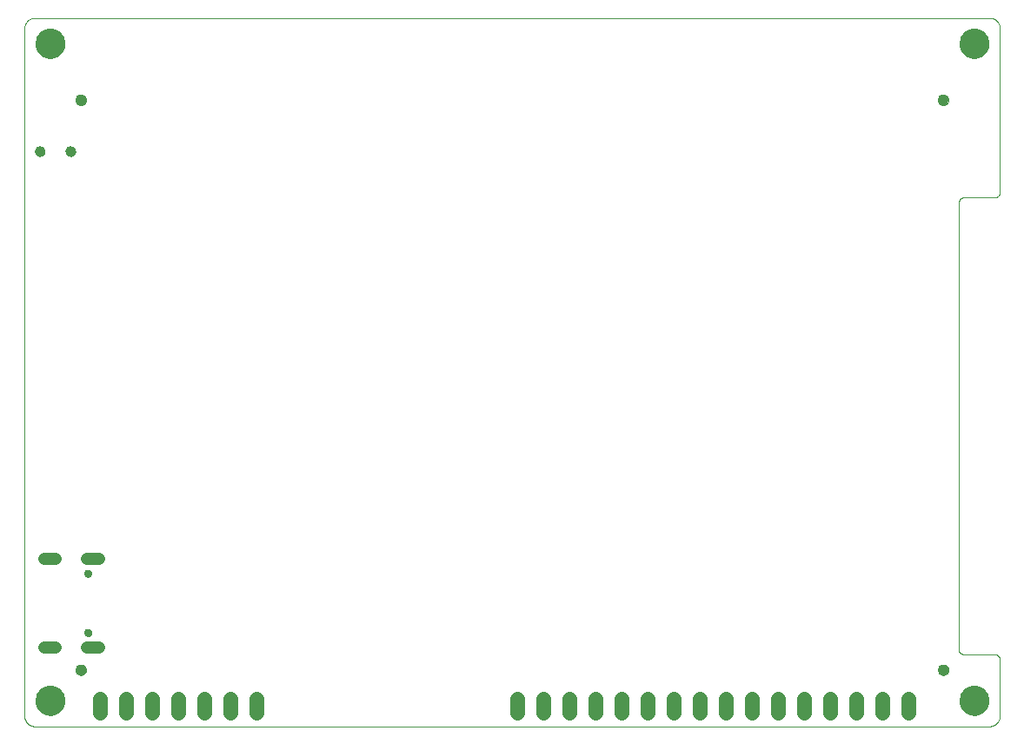
<source format=gbs>
G75*
%MOIN*%
%OFA0B0*%
%FSLAX25Y25*%
%IPPOS*%
%LPD*%
%AMOC8*
5,1,8,0,0,1.08239X$1,22.5*
%
%ADD10C,0.00000*%
%ADD11C,0.11424*%
%ADD12C,0.04337*%
%ADD13C,0.04762*%
%ADD14C,0.02959*%
%ADD15C,0.03943*%
%ADD16C,0.05550*%
D10*
X0029238Y0009063D02*
X0029238Y0272843D01*
X0029240Y0272967D01*
X0029246Y0273090D01*
X0029255Y0273214D01*
X0029269Y0273336D01*
X0029286Y0273459D01*
X0029308Y0273581D01*
X0029333Y0273702D01*
X0029362Y0273822D01*
X0029394Y0273941D01*
X0029431Y0274060D01*
X0029471Y0274177D01*
X0029514Y0274292D01*
X0029562Y0274407D01*
X0029613Y0274519D01*
X0029667Y0274630D01*
X0029725Y0274740D01*
X0029786Y0274847D01*
X0029851Y0274953D01*
X0029919Y0275056D01*
X0029990Y0275157D01*
X0030064Y0275256D01*
X0030141Y0275353D01*
X0030222Y0275447D01*
X0030305Y0275538D01*
X0030391Y0275627D01*
X0030480Y0275713D01*
X0030571Y0275796D01*
X0030665Y0275877D01*
X0030762Y0275954D01*
X0030861Y0276028D01*
X0030962Y0276099D01*
X0031065Y0276167D01*
X0031171Y0276232D01*
X0031278Y0276293D01*
X0031388Y0276351D01*
X0031499Y0276405D01*
X0031611Y0276456D01*
X0031726Y0276504D01*
X0031841Y0276547D01*
X0031958Y0276587D01*
X0032077Y0276624D01*
X0032196Y0276656D01*
X0032316Y0276685D01*
X0032437Y0276710D01*
X0032559Y0276732D01*
X0032682Y0276749D01*
X0032804Y0276763D01*
X0032928Y0276772D01*
X0033051Y0276778D01*
X0033175Y0276780D01*
X0399317Y0276780D01*
X0399441Y0276778D01*
X0399564Y0276772D01*
X0399688Y0276763D01*
X0399810Y0276749D01*
X0399933Y0276732D01*
X0400055Y0276710D01*
X0400176Y0276685D01*
X0400296Y0276656D01*
X0400415Y0276624D01*
X0400534Y0276587D01*
X0400651Y0276547D01*
X0400766Y0276504D01*
X0400881Y0276456D01*
X0400993Y0276405D01*
X0401104Y0276351D01*
X0401214Y0276293D01*
X0401321Y0276232D01*
X0401427Y0276167D01*
X0401530Y0276099D01*
X0401631Y0276028D01*
X0401730Y0275954D01*
X0401827Y0275877D01*
X0401921Y0275796D01*
X0402012Y0275713D01*
X0402101Y0275627D01*
X0402187Y0275538D01*
X0402270Y0275447D01*
X0402351Y0275353D01*
X0402428Y0275256D01*
X0402502Y0275157D01*
X0402573Y0275056D01*
X0402641Y0274953D01*
X0402706Y0274847D01*
X0402767Y0274740D01*
X0402825Y0274630D01*
X0402879Y0274519D01*
X0402930Y0274407D01*
X0402978Y0274292D01*
X0403021Y0274177D01*
X0403061Y0274060D01*
X0403098Y0273941D01*
X0403130Y0273822D01*
X0403159Y0273702D01*
X0403184Y0273581D01*
X0403206Y0273459D01*
X0403223Y0273336D01*
X0403237Y0273214D01*
X0403246Y0273090D01*
X0403252Y0272967D01*
X0403254Y0272843D01*
X0403254Y0209850D01*
X0403255Y0209850D02*
X0403253Y0209764D01*
X0403248Y0209678D01*
X0403238Y0209593D01*
X0403225Y0209508D01*
X0403208Y0209424D01*
X0403188Y0209340D01*
X0403164Y0209258D01*
X0403136Y0209177D01*
X0403105Y0209096D01*
X0403071Y0209018D01*
X0403033Y0208941D01*
X0402991Y0208866D01*
X0402947Y0208792D01*
X0402899Y0208721D01*
X0402848Y0208651D01*
X0402794Y0208584D01*
X0402738Y0208520D01*
X0402678Y0208458D01*
X0402616Y0208398D01*
X0402552Y0208342D01*
X0402485Y0208288D01*
X0402415Y0208237D01*
X0402344Y0208189D01*
X0402271Y0208145D01*
X0402195Y0208103D01*
X0402118Y0208065D01*
X0402040Y0208031D01*
X0401959Y0208000D01*
X0401878Y0207972D01*
X0401796Y0207948D01*
X0401712Y0207928D01*
X0401628Y0207911D01*
X0401543Y0207898D01*
X0401458Y0207888D01*
X0401372Y0207883D01*
X0401286Y0207881D01*
X0401286Y0207882D02*
X0389474Y0207882D01*
X0389388Y0207880D01*
X0389302Y0207875D01*
X0389217Y0207865D01*
X0389132Y0207852D01*
X0389048Y0207835D01*
X0388964Y0207815D01*
X0388882Y0207791D01*
X0388801Y0207763D01*
X0388720Y0207732D01*
X0388642Y0207698D01*
X0388565Y0207660D01*
X0388490Y0207618D01*
X0388416Y0207574D01*
X0388345Y0207526D01*
X0388275Y0207475D01*
X0388208Y0207421D01*
X0388144Y0207365D01*
X0388082Y0207305D01*
X0388022Y0207243D01*
X0387966Y0207179D01*
X0387912Y0207112D01*
X0387861Y0207042D01*
X0387813Y0206971D01*
X0387769Y0206898D01*
X0387727Y0206822D01*
X0387689Y0206745D01*
X0387655Y0206667D01*
X0387624Y0206586D01*
X0387596Y0206505D01*
X0387572Y0206423D01*
X0387552Y0206339D01*
X0387535Y0206255D01*
X0387522Y0206170D01*
X0387512Y0206085D01*
X0387507Y0205999D01*
X0387505Y0205913D01*
X0387506Y0205913D02*
X0387506Y0034654D01*
X0387505Y0034654D02*
X0387507Y0034568D01*
X0387512Y0034482D01*
X0387522Y0034397D01*
X0387535Y0034312D01*
X0387552Y0034228D01*
X0387572Y0034144D01*
X0387596Y0034062D01*
X0387624Y0033981D01*
X0387655Y0033900D01*
X0387689Y0033822D01*
X0387727Y0033745D01*
X0387769Y0033670D01*
X0387813Y0033596D01*
X0387861Y0033525D01*
X0387912Y0033455D01*
X0387966Y0033388D01*
X0388022Y0033324D01*
X0388082Y0033262D01*
X0388144Y0033202D01*
X0388208Y0033146D01*
X0388275Y0033092D01*
X0388345Y0033041D01*
X0388416Y0032993D01*
X0388490Y0032949D01*
X0388565Y0032907D01*
X0388642Y0032869D01*
X0388720Y0032835D01*
X0388801Y0032804D01*
X0388882Y0032776D01*
X0388964Y0032752D01*
X0389048Y0032732D01*
X0389132Y0032715D01*
X0389217Y0032702D01*
X0389302Y0032692D01*
X0389388Y0032687D01*
X0389474Y0032685D01*
X0401286Y0032685D01*
X0401286Y0032686D02*
X0401372Y0032684D01*
X0401458Y0032679D01*
X0401543Y0032669D01*
X0401628Y0032656D01*
X0401712Y0032639D01*
X0401796Y0032619D01*
X0401878Y0032595D01*
X0401959Y0032567D01*
X0402040Y0032536D01*
X0402118Y0032502D01*
X0402195Y0032464D01*
X0402271Y0032422D01*
X0402344Y0032378D01*
X0402415Y0032330D01*
X0402485Y0032279D01*
X0402552Y0032225D01*
X0402616Y0032169D01*
X0402678Y0032109D01*
X0402738Y0032047D01*
X0402794Y0031983D01*
X0402848Y0031916D01*
X0402899Y0031846D01*
X0402947Y0031775D01*
X0402991Y0031702D01*
X0403033Y0031626D01*
X0403071Y0031549D01*
X0403105Y0031471D01*
X0403136Y0031390D01*
X0403164Y0031309D01*
X0403188Y0031227D01*
X0403208Y0031143D01*
X0403225Y0031059D01*
X0403238Y0030974D01*
X0403248Y0030889D01*
X0403253Y0030803D01*
X0403255Y0030717D01*
X0403254Y0030717D02*
X0403254Y0009063D01*
X0403252Y0008939D01*
X0403246Y0008816D01*
X0403237Y0008692D01*
X0403223Y0008570D01*
X0403206Y0008447D01*
X0403184Y0008325D01*
X0403159Y0008204D01*
X0403130Y0008084D01*
X0403098Y0007965D01*
X0403061Y0007846D01*
X0403021Y0007729D01*
X0402978Y0007614D01*
X0402930Y0007499D01*
X0402879Y0007387D01*
X0402825Y0007276D01*
X0402767Y0007166D01*
X0402706Y0007059D01*
X0402641Y0006953D01*
X0402573Y0006850D01*
X0402502Y0006749D01*
X0402428Y0006650D01*
X0402351Y0006553D01*
X0402270Y0006459D01*
X0402187Y0006368D01*
X0402101Y0006279D01*
X0402012Y0006193D01*
X0401921Y0006110D01*
X0401827Y0006029D01*
X0401730Y0005952D01*
X0401631Y0005878D01*
X0401530Y0005807D01*
X0401427Y0005739D01*
X0401321Y0005674D01*
X0401214Y0005613D01*
X0401104Y0005555D01*
X0400993Y0005501D01*
X0400881Y0005450D01*
X0400766Y0005402D01*
X0400651Y0005359D01*
X0400534Y0005319D01*
X0400415Y0005282D01*
X0400296Y0005250D01*
X0400176Y0005221D01*
X0400055Y0005196D01*
X0399933Y0005174D01*
X0399810Y0005157D01*
X0399688Y0005143D01*
X0399564Y0005134D01*
X0399441Y0005128D01*
X0399317Y0005126D01*
X0033175Y0005126D01*
X0033051Y0005128D01*
X0032928Y0005134D01*
X0032804Y0005143D01*
X0032682Y0005157D01*
X0032559Y0005174D01*
X0032437Y0005196D01*
X0032316Y0005221D01*
X0032196Y0005250D01*
X0032077Y0005282D01*
X0031958Y0005319D01*
X0031841Y0005359D01*
X0031726Y0005402D01*
X0031611Y0005450D01*
X0031499Y0005501D01*
X0031388Y0005555D01*
X0031278Y0005613D01*
X0031171Y0005674D01*
X0031065Y0005739D01*
X0030962Y0005807D01*
X0030861Y0005878D01*
X0030762Y0005952D01*
X0030665Y0006029D01*
X0030571Y0006110D01*
X0030480Y0006193D01*
X0030391Y0006279D01*
X0030305Y0006368D01*
X0030222Y0006459D01*
X0030141Y0006553D01*
X0030064Y0006650D01*
X0029990Y0006749D01*
X0029919Y0006850D01*
X0029851Y0006953D01*
X0029786Y0007059D01*
X0029725Y0007166D01*
X0029667Y0007276D01*
X0029613Y0007387D01*
X0029562Y0007499D01*
X0029514Y0007614D01*
X0029471Y0007729D01*
X0029431Y0007846D01*
X0029394Y0007965D01*
X0029362Y0008084D01*
X0029333Y0008204D01*
X0029308Y0008325D01*
X0029286Y0008447D01*
X0029269Y0008570D01*
X0029255Y0008692D01*
X0029246Y0008816D01*
X0029240Y0008939D01*
X0029238Y0009063D01*
X0033569Y0014969D02*
X0033571Y0015117D01*
X0033577Y0015265D01*
X0033587Y0015413D01*
X0033601Y0015560D01*
X0033619Y0015707D01*
X0033640Y0015853D01*
X0033666Y0015999D01*
X0033696Y0016144D01*
X0033729Y0016288D01*
X0033767Y0016431D01*
X0033808Y0016573D01*
X0033853Y0016714D01*
X0033901Y0016854D01*
X0033954Y0016993D01*
X0034010Y0017130D01*
X0034070Y0017265D01*
X0034133Y0017399D01*
X0034200Y0017531D01*
X0034271Y0017661D01*
X0034345Y0017789D01*
X0034422Y0017915D01*
X0034503Y0018039D01*
X0034587Y0018161D01*
X0034674Y0018280D01*
X0034765Y0018397D01*
X0034859Y0018512D01*
X0034955Y0018624D01*
X0035055Y0018734D01*
X0035157Y0018840D01*
X0035263Y0018944D01*
X0035371Y0019045D01*
X0035482Y0019143D01*
X0035595Y0019239D01*
X0035711Y0019331D01*
X0035829Y0019420D01*
X0035950Y0019505D01*
X0036073Y0019588D01*
X0036198Y0019667D01*
X0036325Y0019743D01*
X0036454Y0019815D01*
X0036585Y0019884D01*
X0036718Y0019949D01*
X0036853Y0020010D01*
X0036989Y0020068D01*
X0037126Y0020123D01*
X0037265Y0020173D01*
X0037406Y0020220D01*
X0037547Y0020263D01*
X0037690Y0020303D01*
X0037834Y0020338D01*
X0037978Y0020370D01*
X0038124Y0020397D01*
X0038270Y0020421D01*
X0038417Y0020441D01*
X0038564Y0020457D01*
X0038711Y0020469D01*
X0038859Y0020477D01*
X0039007Y0020481D01*
X0039155Y0020481D01*
X0039303Y0020477D01*
X0039451Y0020469D01*
X0039598Y0020457D01*
X0039745Y0020441D01*
X0039892Y0020421D01*
X0040038Y0020397D01*
X0040184Y0020370D01*
X0040328Y0020338D01*
X0040472Y0020303D01*
X0040615Y0020263D01*
X0040756Y0020220D01*
X0040897Y0020173D01*
X0041036Y0020123D01*
X0041173Y0020068D01*
X0041309Y0020010D01*
X0041444Y0019949D01*
X0041577Y0019884D01*
X0041708Y0019815D01*
X0041837Y0019743D01*
X0041964Y0019667D01*
X0042089Y0019588D01*
X0042212Y0019505D01*
X0042333Y0019420D01*
X0042451Y0019331D01*
X0042567Y0019239D01*
X0042680Y0019143D01*
X0042791Y0019045D01*
X0042899Y0018944D01*
X0043005Y0018840D01*
X0043107Y0018734D01*
X0043207Y0018624D01*
X0043303Y0018512D01*
X0043397Y0018397D01*
X0043488Y0018280D01*
X0043575Y0018161D01*
X0043659Y0018039D01*
X0043740Y0017915D01*
X0043817Y0017789D01*
X0043891Y0017661D01*
X0043962Y0017531D01*
X0044029Y0017399D01*
X0044092Y0017265D01*
X0044152Y0017130D01*
X0044208Y0016993D01*
X0044261Y0016854D01*
X0044309Y0016714D01*
X0044354Y0016573D01*
X0044395Y0016431D01*
X0044433Y0016288D01*
X0044466Y0016144D01*
X0044496Y0015999D01*
X0044522Y0015853D01*
X0044543Y0015707D01*
X0044561Y0015560D01*
X0044575Y0015413D01*
X0044585Y0015265D01*
X0044591Y0015117D01*
X0044593Y0014969D01*
X0044591Y0014821D01*
X0044585Y0014673D01*
X0044575Y0014525D01*
X0044561Y0014378D01*
X0044543Y0014231D01*
X0044522Y0014085D01*
X0044496Y0013939D01*
X0044466Y0013794D01*
X0044433Y0013650D01*
X0044395Y0013507D01*
X0044354Y0013365D01*
X0044309Y0013224D01*
X0044261Y0013084D01*
X0044208Y0012945D01*
X0044152Y0012808D01*
X0044092Y0012673D01*
X0044029Y0012539D01*
X0043962Y0012407D01*
X0043891Y0012277D01*
X0043817Y0012149D01*
X0043740Y0012023D01*
X0043659Y0011899D01*
X0043575Y0011777D01*
X0043488Y0011658D01*
X0043397Y0011541D01*
X0043303Y0011426D01*
X0043207Y0011314D01*
X0043107Y0011204D01*
X0043005Y0011098D01*
X0042899Y0010994D01*
X0042791Y0010893D01*
X0042680Y0010795D01*
X0042567Y0010699D01*
X0042451Y0010607D01*
X0042333Y0010518D01*
X0042212Y0010433D01*
X0042089Y0010350D01*
X0041964Y0010271D01*
X0041837Y0010195D01*
X0041708Y0010123D01*
X0041577Y0010054D01*
X0041444Y0009989D01*
X0041309Y0009928D01*
X0041173Y0009870D01*
X0041036Y0009815D01*
X0040897Y0009765D01*
X0040756Y0009718D01*
X0040615Y0009675D01*
X0040472Y0009635D01*
X0040328Y0009600D01*
X0040184Y0009568D01*
X0040038Y0009541D01*
X0039892Y0009517D01*
X0039745Y0009497D01*
X0039598Y0009481D01*
X0039451Y0009469D01*
X0039303Y0009461D01*
X0039155Y0009457D01*
X0039007Y0009457D01*
X0038859Y0009461D01*
X0038711Y0009469D01*
X0038564Y0009481D01*
X0038417Y0009497D01*
X0038270Y0009517D01*
X0038124Y0009541D01*
X0037978Y0009568D01*
X0037834Y0009600D01*
X0037690Y0009635D01*
X0037547Y0009675D01*
X0037406Y0009718D01*
X0037265Y0009765D01*
X0037126Y0009815D01*
X0036989Y0009870D01*
X0036853Y0009928D01*
X0036718Y0009989D01*
X0036585Y0010054D01*
X0036454Y0010123D01*
X0036325Y0010195D01*
X0036198Y0010271D01*
X0036073Y0010350D01*
X0035950Y0010433D01*
X0035829Y0010518D01*
X0035711Y0010607D01*
X0035595Y0010699D01*
X0035482Y0010795D01*
X0035371Y0010893D01*
X0035263Y0010994D01*
X0035157Y0011098D01*
X0035055Y0011204D01*
X0034955Y0011314D01*
X0034859Y0011426D01*
X0034765Y0011541D01*
X0034674Y0011658D01*
X0034587Y0011777D01*
X0034503Y0011899D01*
X0034422Y0012023D01*
X0034345Y0012149D01*
X0034271Y0012277D01*
X0034200Y0012407D01*
X0034133Y0012539D01*
X0034070Y0012673D01*
X0034010Y0012808D01*
X0033954Y0012945D01*
X0033901Y0013084D01*
X0033853Y0013224D01*
X0033808Y0013365D01*
X0033767Y0013507D01*
X0033729Y0013650D01*
X0033696Y0013794D01*
X0033666Y0013939D01*
X0033640Y0014085D01*
X0033619Y0014231D01*
X0033601Y0014378D01*
X0033587Y0014525D01*
X0033577Y0014673D01*
X0033571Y0014821D01*
X0033569Y0014969D01*
X0048923Y0026780D02*
X0048925Y0026868D01*
X0048931Y0026956D01*
X0048941Y0027044D01*
X0048955Y0027132D01*
X0048972Y0027218D01*
X0048994Y0027304D01*
X0049019Y0027388D01*
X0049049Y0027472D01*
X0049081Y0027554D01*
X0049118Y0027634D01*
X0049158Y0027713D01*
X0049202Y0027790D01*
X0049249Y0027865D01*
X0049299Y0027937D01*
X0049353Y0028008D01*
X0049409Y0028075D01*
X0049469Y0028141D01*
X0049531Y0028203D01*
X0049597Y0028263D01*
X0049664Y0028319D01*
X0049735Y0028373D01*
X0049807Y0028423D01*
X0049882Y0028470D01*
X0049959Y0028514D01*
X0050038Y0028554D01*
X0050118Y0028591D01*
X0050200Y0028623D01*
X0050284Y0028653D01*
X0050368Y0028678D01*
X0050454Y0028700D01*
X0050540Y0028717D01*
X0050628Y0028731D01*
X0050716Y0028741D01*
X0050804Y0028747D01*
X0050892Y0028749D01*
X0050980Y0028747D01*
X0051068Y0028741D01*
X0051156Y0028731D01*
X0051244Y0028717D01*
X0051330Y0028700D01*
X0051416Y0028678D01*
X0051500Y0028653D01*
X0051584Y0028623D01*
X0051666Y0028591D01*
X0051746Y0028554D01*
X0051825Y0028514D01*
X0051902Y0028470D01*
X0051977Y0028423D01*
X0052049Y0028373D01*
X0052120Y0028319D01*
X0052187Y0028263D01*
X0052253Y0028203D01*
X0052315Y0028141D01*
X0052375Y0028075D01*
X0052431Y0028008D01*
X0052485Y0027937D01*
X0052535Y0027865D01*
X0052582Y0027790D01*
X0052626Y0027713D01*
X0052666Y0027634D01*
X0052703Y0027554D01*
X0052735Y0027472D01*
X0052765Y0027388D01*
X0052790Y0027304D01*
X0052812Y0027218D01*
X0052829Y0027132D01*
X0052843Y0027044D01*
X0052853Y0026956D01*
X0052859Y0026868D01*
X0052861Y0026780D01*
X0052859Y0026692D01*
X0052853Y0026604D01*
X0052843Y0026516D01*
X0052829Y0026428D01*
X0052812Y0026342D01*
X0052790Y0026256D01*
X0052765Y0026172D01*
X0052735Y0026088D01*
X0052703Y0026006D01*
X0052666Y0025926D01*
X0052626Y0025847D01*
X0052582Y0025770D01*
X0052535Y0025695D01*
X0052485Y0025623D01*
X0052431Y0025552D01*
X0052375Y0025485D01*
X0052315Y0025419D01*
X0052253Y0025357D01*
X0052187Y0025297D01*
X0052120Y0025241D01*
X0052049Y0025187D01*
X0051977Y0025137D01*
X0051902Y0025090D01*
X0051825Y0025046D01*
X0051746Y0025006D01*
X0051666Y0024969D01*
X0051584Y0024937D01*
X0051500Y0024907D01*
X0051416Y0024882D01*
X0051330Y0024860D01*
X0051244Y0024843D01*
X0051156Y0024829D01*
X0051068Y0024819D01*
X0050980Y0024813D01*
X0050892Y0024811D01*
X0050804Y0024813D01*
X0050716Y0024819D01*
X0050628Y0024829D01*
X0050540Y0024843D01*
X0050454Y0024860D01*
X0050368Y0024882D01*
X0050284Y0024907D01*
X0050200Y0024937D01*
X0050118Y0024969D01*
X0050038Y0025006D01*
X0049959Y0025046D01*
X0049882Y0025090D01*
X0049807Y0025137D01*
X0049735Y0025187D01*
X0049664Y0025241D01*
X0049597Y0025297D01*
X0049531Y0025357D01*
X0049469Y0025419D01*
X0049409Y0025485D01*
X0049353Y0025552D01*
X0049299Y0025623D01*
X0049249Y0025695D01*
X0049202Y0025770D01*
X0049158Y0025847D01*
X0049118Y0025926D01*
X0049081Y0026006D01*
X0049049Y0026088D01*
X0049019Y0026172D01*
X0048994Y0026256D01*
X0048972Y0026342D01*
X0048955Y0026428D01*
X0048941Y0026516D01*
X0048931Y0026604D01*
X0048925Y0026692D01*
X0048923Y0026780D01*
X0052289Y0040992D02*
X0052291Y0041063D01*
X0052297Y0041134D01*
X0052307Y0041205D01*
X0052321Y0041274D01*
X0052338Y0041343D01*
X0052360Y0041411D01*
X0052385Y0041478D01*
X0052414Y0041543D01*
X0052446Y0041606D01*
X0052482Y0041668D01*
X0052521Y0041727D01*
X0052564Y0041784D01*
X0052609Y0041839D01*
X0052658Y0041891D01*
X0052709Y0041940D01*
X0052763Y0041986D01*
X0052820Y0042030D01*
X0052878Y0042070D01*
X0052939Y0042106D01*
X0053002Y0042140D01*
X0053067Y0042169D01*
X0053133Y0042195D01*
X0053201Y0042218D01*
X0053269Y0042236D01*
X0053339Y0042251D01*
X0053409Y0042262D01*
X0053480Y0042269D01*
X0053551Y0042272D01*
X0053622Y0042271D01*
X0053693Y0042266D01*
X0053764Y0042257D01*
X0053834Y0042244D01*
X0053903Y0042228D01*
X0053971Y0042207D01*
X0054038Y0042183D01*
X0054104Y0042155D01*
X0054167Y0042123D01*
X0054229Y0042088D01*
X0054289Y0042050D01*
X0054347Y0042008D01*
X0054402Y0041964D01*
X0054455Y0041916D01*
X0054505Y0041865D01*
X0054552Y0041812D01*
X0054596Y0041756D01*
X0054637Y0041698D01*
X0054675Y0041637D01*
X0054709Y0041575D01*
X0054739Y0041510D01*
X0054766Y0041445D01*
X0054790Y0041377D01*
X0054809Y0041309D01*
X0054825Y0041240D01*
X0054837Y0041169D01*
X0054845Y0041099D01*
X0054849Y0041028D01*
X0054849Y0040956D01*
X0054845Y0040885D01*
X0054837Y0040815D01*
X0054825Y0040744D01*
X0054809Y0040675D01*
X0054790Y0040607D01*
X0054766Y0040539D01*
X0054739Y0040474D01*
X0054709Y0040409D01*
X0054675Y0040347D01*
X0054637Y0040286D01*
X0054596Y0040228D01*
X0054552Y0040172D01*
X0054505Y0040119D01*
X0054455Y0040068D01*
X0054402Y0040020D01*
X0054347Y0039976D01*
X0054289Y0039934D01*
X0054229Y0039896D01*
X0054167Y0039861D01*
X0054104Y0039829D01*
X0054038Y0039801D01*
X0053971Y0039777D01*
X0053903Y0039756D01*
X0053834Y0039740D01*
X0053764Y0039727D01*
X0053693Y0039718D01*
X0053622Y0039713D01*
X0053551Y0039712D01*
X0053480Y0039715D01*
X0053409Y0039722D01*
X0053339Y0039733D01*
X0053269Y0039748D01*
X0053201Y0039766D01*
X0053133Y0039789D01*
X0053067Y0039815D01*
X0053002Y0039844D01*
X0052939Y0039878D01*
X0052878Y0039914D01*
X0052820Y0039954D01*
X0052763Y0039998D01*
X0052709Y0040044D01*
X0052658Y0040093D01*
X0052609Y0040145D01*
X0052564Y0040200D01*
X0052521Y0040257D01*
X0052482Y0040316D01*
X0052446Y0040378D01*
X0052414Y0040441D01*
X0052385Y0040506D01*
X0052360Y0040573D01*
X0052338Y0040641D01*
X0052321Y0040710D01*
X0052307Y0040779D01*
X0052297Y0040850D01*
X0052291Y0040921D01*
X0052289Y0040992D01*
X0052289Y0063748D02*
X0052291Y0063819D01*
X0052297Y0063890D01*
X0052307Y0063961D01*
X0052321Y0064030D01*
X0052338Y0064099D01*
X0052360Y0064167D01*
X0052385Y0064234D01*
X0052414Y0064299D01*
X0052446Y0064362D01*
X0052482Y0064424D01*
X0052521Y0064483D01*
X0052564Y0064540D01*
X0052609Y0064595D01*
X0052658Y0064647D01*
X0052709Y0064696D01*
X0052763Y0064742D01*
X0052820Y0064786D01*
X0052878Y0064826D01*
X0052939Y0064862D01*
X0053002Y0064896D01*
X0053067Y0064925D01*
X0053133Y0064951D01*
X0053201Y0064974D01*
X0053269Y0064992D01*
X0053339Y0065007D01*
X0053409Y0065018D01*
X0053480Y0065025D01*
X0053551Y0065028D01*
X0053622Y0065027D01*
X0053693Y0065022D01*
X0053764Y0065013D01*
X0053834Y0065000D01*
X0053903Y0064984D01*
X0053971Y0064963D01*
X0054038Y0064939D01*
X0054104Y0064911D01*
X0054167Y0064879D01*
X0054229Y0064844D01*
X0054289Y0064806D01*
X0054347Y0064764D01*
X0054402Y0064720D01*
X0054455Y0064672D01*
X0054505Y0064621D01*
X0054552Y0064568D01*
X0054596Y0064512D01*
X0054637Y0064454D01*
X0054675Y0064393D01*
X0054709Y0064331D01*
X0054739Y0064266D01*
X0054766Y0064201D01*
X0054790Y0064133D01*
X0054809Y0064065D01*
X0054825Y0063996D01*
X0054837Y0063925D01*
X0054845Y0063855D01*
X0054849Y0063784D01*
X0054849Y0063712D01*
X0054845Y0063641D01*
X0054837Y0063571D01*
X0054825Y0063500D01*
X0054809Y0063431D01*
X0054790Y0063363D01*
X0054766Y0063295D01*
X0054739Y0063230D01*
X0054709Y0063165D01*
X0054675Y0063103D01*
X0054637Y0063042D01*
X0054596Y0062984D01*
X0054552Y0062928D01*
X0054505Y0062875D01*
X0054455Y0062824D01*
X0054402Y0062776D01*
X0054347Y0062732D01*
X0054289Y0062690D01*
X0054229Y0062652D01*
X0054167Y0062617D01*
X0054104Y0062585D01*
X0054038Y0062557D01*
X0053971Y0062533D01*
X0053903Y0062512D01*
X0053834Y0062496D01*
X0053764Y0062483D01*
X0053693Y0062474D01*
X0053622Y0062469D01*
X0053551Y0062468D01*
X0053480Y0062471D01*
X0053409Y0062478D01*
X0053339Y0062489D01*
X0053269Y0062504D01*
X0053201Y0062522D01*
X0053133Y0062545D01*
X0053067Y0062571D01*
X0053002Y0062600D01*
X0052939Y0062634D01*
X0052878Y0062670D01*
X0052820Y0062710D01*
X0052763Y0062754D01*
X0052709Y0062800D01*
X0052658Y0062849D01*
X0052609Y0062901D01*
X0052564Y0062956D01*
X0052521Y0063013D01*
X0052482Y0063072D01*
X0052446Y0063134D01*
X0052414Y0063197D01*
X0052385Y0063262D01*
X0052360Y0063329D01*
X0052338Y0063397D01*
X0052321Y0063466D01*
X0052307Y0063535D01*
X0052297Y0063606D01*
X0052291Y0063677D01*
X0052289Y0063748D01*
X0045183Y0225598D02*
X0045185Y0225682D01*
X0045191Y0225765D01*
X0045201Y0225848D01*
X0045215Y0225931D01*
X0045232Y0226013D01*
X0045254Y0226094D01*
X0045279Y0226173D01*
X0045308Y0226252D01*
X0045341Y0226329D01*
X0045377Y0226404D01*
X0045417Y0226478D01*
X0045460Y0226550D01*
X0045507Y0226619D01*
X0045557Y0226686D01*
X0045610Y0226751D01*
X0045666Y0226813D01*
X0045724Y0226873D01*
X0045786Y0226930D01*
X0045850Y0226983D01*
X0045917Y0227034D01*
X0045986Y0227081D01*
X0046057Y0227126D01*
X0046130Y0227166D01*
X0046205Y0227203D01*
X0046282Y0227237D01*
X0046360Y0227267D01*
X0046439Y0227293D01*
X0046520Y0227316D01*
X0046602Y0227334D01*
X0046684Y0227349D01*
X0046767Y0227360D01*
X0046850Y0227367D01*
X0046934Y0227370D01*
X0047018Y0227369D01*
X0047101Y0227364D01*
X0047185Y0227355D01*
X0047267Y0227342D01*
X0047349Y0227326D01*
X0047430Y0227305D01*
X0047511Y0227281D01*
X0047589Y0227253D01*
X0047667Y0227221D01*
X0047743Y0227185D01*
X0047817Y0227146D01*
X0047889Y0227104D01*
X0047959Y0227058D01*
X0048027Y0227009D01*
X0048092Y0226957D01*
X0048155Y0226902D01*
X0048215Y0226844D01*
X0048273Y0226783D01*
X0048327Y0226719D01*
X0048379Y0226653D01*
X0048427Y0226585D01*
X0048472Y0226514D01*
X0048513Y0226441D01*
X0048552Y0226367D01*
X0048586Y0226291D01*
X0048617Y0226213D01*
X0048644Y0226134D01*
X0048668Y0226053D01*
X0048687Y0225972D01*
X0048703Y0225890D01*
X0048715Y0225807D01*
X0048723Y0225723D01*
X0048727Y0225640D01*
X0048727Y0225556D01*
X0048723Y0225473D01*
X0048715Y0225389D01*
X0048703Y0225306D01*
X0048687Y0225224D01*
X0048668Y0225143D01*
X0048644Y0225062D01*
X0048617Y0224983D01*
X0048586Y0224905D01*
X0048552Y0224829D01*
X0048513Y0224755D01*
X0048472Y0224682D01*
X0048427Y0224611D01*
X0048379Y0224543D01*
X0048327Y0224477D01*
X0048273Y0224413D01*
X0048215Y0224352D01*
X0048155Y0224294D01*
X0048092Y0224239D01*
X0048027Y0224187D01*
X0047959Y0224138D01*
X0047889Y0224092D01*
X0047817Y0224050D01*
X0047743Y0224011D01*
X0047667Y0223975D01*
X0047589Y0223943D01*
X0047511Y0223915D01*
X0047430Y0223891D01*
X0047349Y0223870D01*
X0047267Y0223854D01*
X0047185Y0223841D01*
X0047101Y0223832D01*
X0047018Y0223827D01*
X0046934Y0223826D01*
X0046850Y0223829D01*
X0046767Y0223836D01*
X0046684Y0223847D01*
X0046602Y0223862D01*
X0046520Y0223880D01*
X0046439Y0223903D01*
X0046360Y0223929D01*
X0046282Y0223959D01*
X0046205Y0223993D01*
X0046130Y0224030D01*
X0046057Y0224070D01*
X0045986Y0224115D01*
X0045917Y0224162D01*
X0045850Y0224213D01*
X0045786Y0224266D01*
X0045724Y0224323D01*
X0045666Y0224383D01*
X0045610Y0224445D01*
X0045557Y0224510D01*
X0045507Y0224577D01*
X0045460Y0224646D01*
X0045417Y0224718D01*
X0045377Y0224792D01*
X0045341Y0224867D01*
X0045308Y0224944D01*
X0045279Y0225023D01*
X0045254Y0225102D01*
X0045232Y0225183D01*
X0045215Y0225265D01*
X0045201Y0225348D01*
X0045191Y0225431D01*
X0045185Y0225514D01*
X0045183Y0225598D01*
X0033372Y0225598D02*
X0033374Y0225682D01*
X0033380Y0225765D01*
X0033390Y0225848D01*
X0033404Y0225931D01*
X0033421Y0226013D01*
X0033443Y0226094D01*
X0033468Y0226173D01*
X0033497Y0226252D01*
X0033530Y0226329D01*
X0033566Y0226404D01*
X0033606Y0226478D01*
X0033649Y0226550D01*
X0033696Y0226619D01*
X0033746Y0226686D01*
X0033799Y0226751D01*
X0033855Y0226813D01*
X0033913Y0226873D01*
X0033975Y0226930D01*
X0034039Y0226983D01*
X0034106Y0227034D01*
X0034175Y0227081D01*
X0034246Y0227126D01*
X0034319Y0227166D01*
X0034394Y0227203D01*
X0034471Y0227237D01*
X0034549Y0227267D01*
X0034628Y0227293D01*
X0034709Y0227316D01*
X0034791Y0227334D01*
X0034873Y0227349D01*
X0034956Y0227360D01*
X0035039Y0227367D01*
X0035123Y0227370D01*
X0035207Y0227369D01*
X0035290Y0227364D01*
X0035374Y0227355D01*
X0035456Y0227342D01*
X0035538Y0227326D01*
X0035619Y0227305D01*
X0035700Y0227281D01*
X0035778Y0227253D01*
X0035856Y0227221D01*
X0035932Y0227185D01*
X0036006Y0227146D01*
X0036078Y0227104D01*
X0036148Y0227058D01*
X0036216Y0227009D01*
X0036281Y0226957D01*
X0036344Y0226902D01*
X0036404Y0226844D01*
X0036462Y0226783D01*
X0036516Y0226719D01*
X0036568Y0226653D01*
X0036616Y0226585D01*
X0036661Y0226514D01*
X0036702Y0226441D01*
X0036741Y0226367D01*
X0036775Y0226291D01*
X0036806Y0226213D01*
X0036833Y0226134D01*
X0036857Y0226053D01*
X0036876Y0225972D01*
X0036892Y0225890D01*
X0036904Y0225807D01*
X0036912Y0225723D01*
X0036916Y0225640D01*
X0036916Y0225556D01*
X0036912Y0225473D01*
X0036904Y0225389D01*
X0036892Y0225306D01*
X0036876Y0225224D01*
X0036857Y0225143D01*
X0036833Y0225062D01*
X0036806Y0224983D01*
X0036775Y0224905D01*
X0036741Y0224829D01*
X0036702Y0224755D01*
X0036661Y0224682D01*
X0036616Y0224611D01*
X0036568Y0224543D01*
X0036516Y0224477D01*
X0036462Y0224413D01*
X0036404Y0224352D01*
X0036344Y0224294D01*
X0036281Y0224239D01*
X0036216Y0224187D01*
X0036148Y0224138D01*
X0036078Y0224092D01*
X0036006Y0224050D01*
X0035932Y0224011D01*
X0035856Y0223975D01*
X0035778Y0223943D01*
X0035700Y0223915D01*
X0035619Y0223891D01*
X0035538Y0223870D01*
X0035456Y0223854D01*
X0035374Y0223841D01*
X0035290Y0223832D01*
X0035207Y0223827D01*
X0035123Y0223826D01*
X0035039Y0223829D01*
X0034956Y0223836D01*
X0034873Y0223847D01*
X0034791Y0223862D01*
X0034709Y0223880D01*
X0034628Y0223903D01*
X0034549Y0223929D01*
X0034471Y0223959D01*
X0034394Y0223993D01*
X0034319Y0224030D01*
X0034246Y0224070D01*
X0034175Y0224115D01*
X0034106Y0224162D01*
X0034039Y0224213D01*
X0033975Y0224266D01*
X0033913Y0224323D01*
X0033855Y0224383D01*
X0033799Y0224445D01*
X0033746Y0224510D01*
X0033696Y0224577D01*
X0033649Y0224646D01*
X0033606Y0224718D01*
X0033566Y0224792D01*
X0033530Y0224867D01*
X0033497Y0224944D01*
X0033468Y0225023D01*
X0033443Y0225102D01*
X0033421Y0225183D01*
X0033404Y0225265D01*
X0033390Y0225348D01*
X0033380Y0225431D01*
X0033374Y0225514D01*
X0033372Y0225598D01*
X0048923Y0245283D02*
X0048925Y0245371D01*
X0048931Y0245459D01*
X0048941Y0245547D01*
X0048955Y0245635D01*
X0048972Y0245721D01*
X0048994Y0245807D01*
X0049019Y0245891D01*
X0049049Y0245975D01*
X0049081Y0246057D01*
X0049118Y0246137D01*
X0049158Y0246216D01*
X0049202Y0246293D01*
X0049249Y0246368D01*
X0049299Y0246440D01*
X0049353Y0246511D01*
X0049409Y0246578D01*
X0049469Y0246644D01*
X0049531Y0246706D01*
X0049597Y0246766D01*
X0049664Y0246822D01*
X0049735Y0246876D01*
X0049807Y0246926D01*
X0049882Y0246973D01*
X0049959Y0247017D01*
X0050038Y0247057D01*
X0050118Y0247094D01*
X0050200Y0247126D01*
X0050284Y0247156D01*
X0050368Y0247181D01*
X0050454Y0247203D01*
X0050540Y0247220D01*
X0050628Y0247234D01*
X0050716Y0247244D01*
X0050804Y0247250D01*
X0050892Y0247252D01*
X0050980Y0247250D01*
X0051068Y0247244D01*
X0051156Y0247234D01*
X0051244Y0247220D01*
X0051330Y0247203D01*
X0051416Y0247181D01*
X0051500Y0247156D01*
X0051584Y0247126D01*
X0051666Y0247094D01*
X0051746Y0247057D01*
X0051825Y0247017D01*
X0051902Y0246973D01*
X0051977Y0246926D01*
X0052049Y0246876D01*
X0052120Y0246822D01*
X0052187Y0246766D01*
X0052253Y0246706D01*
X0052315Y0246644D01*
X0052375Y0246578D01*
X0052431Y0246511D01*
X0052485Y0246440D01*
X0052535Y0246368D01*
X0052582Y0246293D01*
X0052626Y0246216D01*
X0052666Y0246137D01*
X0052703Y0246057D01*
X0052735Y0245975D01*
X0052765Y0245891D01*
X0052790Y0245807D01*
X0052812Y0245721D01*
X0052829Y0245635D01*
X0052843Y0245547D01*
X0052853Y0245459D01*
X0052859Y0245371D01*
X0052861Y0245283D01*
X0052859Y0245195D01*
X0052853Y0245107D01*
X0052843Y0245019D01*
X0052829Y0244931D01*
X0052812Y0244845D01*
X0052790Y0244759D01*
X0052765Y0244675D01*
X0052735Y0244591D01*
X0052703Y0244509D01*
X0052666Y0244429D01*
X0052626Y0244350D01*
X0052582Y0244273D01*
X0052535Y0244198D01*
X0052485Y0244126D01*
X0052431Y0244055D01*
X0052375Y0243988D01*
X0052315Y0243922D01*
X0052253Y0243860D01*
X0052187Y0243800D01*
X0052120Y0243744D01*
X0052049Y0243690D01*
X0051977Y0243640D01*
X0051902Y0243593D01*
X0051825Y0243549D01*
X0051746Y0243509D01*
X0051666Y0243472D01*
X0051584Y0243440D01*
X0051500Y0243410D01*
X0051416Y0243385D01*
X0051330Y0243363D01*
X0051244Y0243346D01*
X0051156Y0243332D01*
X0051068Y0243322D01*
X0050980Y0243316D01*
X0050892Y0243314D01*
X0050804Y0243316D01*
X0050716Y0243322D01*
X0050628Y0243332D01*
X0050540Y0243346D01*
X0050454Y0243363D01*
X0050368Y0243385D01*
X0050284Y0243410D01*
X0050200Y0243440D01*
X0050118Y0243472D01*
X0050038Y0243509D01*
X0049959Y0243549D01*
X0049882Y0243593D01*
X0049807Y0243640D01*
X0049735Y0243690D01*
X0049664Y0243744D01*
X0049597Y0243800D01*
X0049531Y0243860D01*
X0049469Y0243922D01*
X0049409Y0243988D01*
X0049353Y0244055D01*
X0049299Y0244126D01*
X0049249Y0244198D01*
X0049202Y0244273D01*
X0049158Y0244350D01*
X0049118Y0244429D01*
X0049081Y0244509D01*
X0049049Y0244591D01*
X0049019Y0244675D01*
X0048994Y0244759D01*
X0048972Y0244845D01*
X0048955Y0244931D01*
X0048941Y0245019D01*
X0048931Y0245107D01*
X0048925Y0245195D01*
X0048923Y0245283D01*
X0033569Y0266937D02*
X0033571Y0267085D01*
X0033577Y0267233D01*
X0033587Y0267381D01*
X0033601Y0267528D01*
X0033619Y0267675D01*
X0033640Y0267821D01*
X0033666Y0267967D01*
X0033696Y0268112D01*
X0033729Y0268256D01*
X0033767Y0268399D01*
X0033808Y0268541D01*
X0033853Y0268682D01*
X0033901Y0268822D01*
X0033954Y0268961D01*
X0034010Y0269098D01*
X0034070Y0269233D01*
X0034133Y0269367D01*
X0034200Y0269499D01*
X0034271Y0269629D01*
X0034345Y0269757D01*
X0034422Y0269883D01*
X0034503Y0270007D01*
X0034587Y0270129D01*
X0034674Y0270248D01*
X0034765Y0270365D01*
X0034859Y0270480D01*
X0034955Y0270592D01*
X0035055Y0270702D01*
X0035157Y0270808D01*
X0035263Y0270912D01*
X0035371Y0271013D01*
X0035482Y0271111D01*
X0035595Y0271207D01*
X0035711Y0271299D01*
X0035829Y0271388D01*
X0035950Y0271473D01*
X0036073Y0271556D01*
X0036198Y0271635D01*
X0036325Y0271711D01*
X0036454Y0271783D01*
X0036585Y0271852D01*
X0036718Y0271917D01*
X0036853Y0271978D01*
X0036989Y0272036D01*
X0037126Y0272091D01*
X0037265Y0272141D01*
X0037406Y0272188D01*
X0037547Y0272231D01*
X0037690Y0272271D01*
X0037834Y0272306D01*
X0037978Y0272338D01*
X0038124Y0272365D01*
X0038270Y0272389D01*
X0038417Y0272409D01*
X0038564Y0272425D01*
X0038711Y0272437D01*
X0038859Y0272445D01*
X0039007Y0272449D01*
X0039155Y0272449D01*
X0039303Y0272445D01*
X0039451Y0272437D01*
X0039598Y0272425D01*
X0039745Y0272409D01*
X0039892Y0272389D01*
X0040038Y0272365D01*
X0040184Y0272338D01*
X0040328Y0272306D01*
X0040472Y0272271D01*
X0040615Y0272231D01*
X0040756Y0272188D01*
X0040897Y0272141D01*
X0041036Y0272091D01*
X0041173Y0272036D01*
X0041309Y0271978D01*
X0041444Y0271917D01*
X0041577Y0271852D01*
X0041708Y0271783D01*
X0041837Y0271711D01*
X0041964Y0271635D01*
X0042089Y0271556D01*
X0042212Y0271473D01*
X0042333Y0271388D01*
X0042451Y0271299D01*
X0042567Y0271207D01*
X0042680Y0271111D01*
X0042791Y0271013D01*
X0042899Y0270912D01*
X0043005Y0270808D01*
X0043107Y0270702D01*
X0043207Y0270592D01*
X0043303Y0270480D01*
X0043397Y0270365D01*
X0043488Y0270248D01*
X0043575Y0270129D01*
X0043659Y0270007D01*
X0043740Y0269883D01*
X0043817Y0269757D01*
X0043891Y0269629D01*
X0043962Y0269499D01*
X0044029Y0269367D01*
X0044092Y0269233D01*
X0044152Y0269098D01*
X0044208Y0268961D01*
X0044261Y0268822D01*
X0044309Y0268682D01*
X0044354Y0268541D01*
X0044395Y0268399D01*
X0044433Y0268256D01*
X0044466Y0268112D01*
X0044496Y0267967D01*
X0044522Y0267821D01*
X0044543Y0267675D01*
X0044561Y0267528D01*
X0044575Y0267381D01*
X0044585Y0267233D01*
X0044591Y0267085D01*
X0044593Y0266937D01*
X0044591Y0266789D01*
X0044585Y0266641D01*
X0044575Y0266493D01*
X0044561Y0266346D01*
X0044543Y0266199D01*
X0044522Y0266053D01*
X0044496Y0265907D01*
X0044466Y0265762D01*
X0044433Y0265618D01*
X0044395Y0265475D01*
X0044354Y0265333D01*
X0044309Y0265192D01*
X0044261Y0265052D01*
X0044208Y0264913D01*
X0044152Y0264776D01*
X0044092Y0264641D01*
X0044029Y0264507D01*
X0043962Y0264375D01*
X0043891Y0264245D01*
X0043817Y0264117D01*
X0043740Y0263991D01*
X0043659Y0263867D01*
X0043575Y0263745D01*
X0043488Y0263626D01*
X0043397Y0263509D01*
X0043303Y0263394D01*
X0043207Y0263282D01*
X0043107Y0263172D01*
X0043005Y0263066D01*
X0042899Y0262962D01*
X0042791Y0262861D01*
X0042680Y0262763D01*
X0042567Y0262667D01*
X0042451Y0262575D01*
X0042333Y0262486D01*
X0042212Y0262401D01*
X0042089Y0262318D01*
X0041964Y0262239D01*
X0041837Y0262163D01*
X0041708Y0262091D01*
X0041577Y0262022D01*
X0041444Y0261957D01*
X0041309Y0261896D01*
X0041173Y0261838D01*
X0041036Y0261783D01*
X0040897Y0261733D01*
X0040756Y0261686D01*
X0040615Y0261643D01*
X0040472Y0261603D01*
X0040328Y0261568D01*
X0040184Y0261536D01*
X0040038Y0261509D01*
X0039892Y0261485D01*
X0039745Y0261465D01*
X0039598Y0261449D01*
X0039451Y0261437D01*
X0039303Y0261429D01*
X0039155Y0261425D01*
X0039007Y0261425D01*
X0038859Y0261429D01*
X0038711Y0261437D01*
X0038564Y0261449D01*
X0038417Y0261465D01*
X0038270Y0261485D01*
X0038124Y0261509D01*
X0037978Y0261536D01*
X0037834Y0261568D01*
X0037690Y0261603D01*
X0037547Y0261643D01*
X0037406Y0261686D01*
X0037265Y0261733D01*
X0037126Y0261783D01*
X0036989Y0261838D01*
X0036853Y0261896D01*
X0036718Y0261957D01*
X0036585Y0262022D01*
X0036454Y0262091D01*
X0036325Y0262163D01*
X0036198Y0262239D01*
X0036073Y0262318D01*
X0035950Y0262401D01*
X0035829Y0262486D01*
X0035711Y0262575D01*
X0035595Y0262667D01*
X0035482Y0262763D01*
X0035371Y0262861D01*
X0035263Y0262962D01*
X0035157Y0263066D01*
X0035055Y0263172D01*
X0034955Y0263282D01*
X0034859Y0263394D01*
X0034765Y0263509D01*
X0034674Y0263626D01*
X0034587Y0263745D01*
X0034503Y0263867D01*
X0034422Y0263991D01*
X0034345Y0264117D01*
X0034271Y0264245D01*
X0034200Y0264375D01*
X0034133Y0264507D01*
X0034070Y0264641D01*
X0034010Y0264776D01*
X0033954Y0264913D01*
X0033901Y0265052D01*
X0033853Y0265192D01*
X0033808Y0265333D01*
X0033767Y0265475D01*
X0033729Y0265618D01*
X0033696Y0265762D01*
X0033666Y0265907D01*
X0033640Y0266053D01*
X0033619Y0266199D01*
X0033601Y0266346D01*
X0033587Y0266493D01*
X0033577Y0266641D01*
X0033571Y0266789D01*
X0033569Y0266937D01*
X0379631Y0245283D02*
X0379633Y0245371D01*
X0379639Y0245459D01*
X0379649Y0245547D01*
X0379663Y0245635D01*
X0379680Y0245721D01*
X0379702Y0245807D01*
X0379727Y0245891D01*
X0379757Y0245975D01*
X0379789Y0246057D01*
X0379826Y0246137D01*
X0379866Y0246216D01*
X0379910Y0246293D01*
X0379957Y0246368D01*
X0380007Y0246440D01*
X0380061Y0246511D01*
X0380117Y0246578D01*
X0380177Y0246644D01*
X0380239Y0246706D01*
X0380305Y0246766D01*
X0380372Y0246822D01*
X0380443Y0246876D01*
X0380515Y0246926D01*
X0380590Y0246973D01*
X0380667Y0247017D01*
X0380746Y0247057D01*
X0380826Y0247094D01*
X0380908Y0247126D01*
X0380992Y0247156D01*
X0381076Y0247181D01*
X0381162Y0247203D01*
X0381248Y0247220D01*
X0381336Y0247234D01*
X0381424Y0247244D01*
X0381512Y0247250D01*
X0381600Y0247252D01*
X0381688Y0247250D01*
X0381776Y0247244D01*
X0381864Y0247234D01*
X0381952Y0247220D01*
X0382038Y0247203D01*
X0382124Y0247181D01*
X0382208Y0247156D01*
X0382292Y0247126D01*
X0382374Y0247094D01*
X0382454Y0247057D01*
X0382533Y0247017D01*
X0382610Y0246973D01*
X0382685Y0246926D01*
X0382757Y0246876D01*
X0382828Y0246822D01*
X0382895Y0246766D01*
X0382961Y0246706D01*
X0383023Y0246644D01*
X0383083Y0246578D01*
X0383139Y0246511D01*
X0383193Y0246440D01*
X0383243Y0246368D01*
X0383290Y0246293D01*
X0383334Y0246216D01*
X0383374Y0246137D01*
X0383411Y0246057D01*
X0383443Y0245975D01*
X0383473Y0245891D01*
X0383498Y0245807D01*
X0383520Y0245721D01*
X0383537Y0245635D01*
X0383551Y0245547D01*
X0383561Y0245459D01*
X0383567Y0245371D01*
X0383569Y0245283D01*
X0383567Y0245195D01*
X0383561Y0245107D01*
X0383551Y0245019D01*
X0383537Y0244931D01*
X0383520Y0244845D01*
X0383498Y0244759D01*
X0383473Y0244675D01*
X0383443Y0244591D01*
X0383411Y0244509D01*
X0383374Y0244429D01*
X0383334Y0244350D01*
X0383290Y0244273D01*
X0383243Y0244198D01*
X0383193Y0244126D01*
X0383139Y0244055D01*
X0383083Y0243988D01*
X0383023Y0243922D01*
X0382961Y0243860D01*
X0382895Y0243800D01*
X0382828Y0243744D01*
X0382757Y0243690D01*
X0382685Y0243640D01*
X0382610Y0243593D01*
X0382533Y0243549D01*
X0382454Y0243509D01*
X0382374Y0243472D01*
X0382292Y0243440D01*
X0382208Y0243410D01*
X0382124Y0243385D01*
X0382038Y0243363D01*
X0381952Y0243346D01*
X0381864Y0243332D01*
X0381776Y0243322D01*
X0381688Y0243316D01*
X0381600Y0243314D01*
X0381512Y0243316D01*
X0381424Y0243322D01*
X0381336Y0243332D01*
X0381248Y0243346D01*
X0381162Y0243363D01*
X0381076Y0243385D01*
X0380992Y0243410D01*
X0380908Y0243440D01*
X0380826Y0243472D01*
X0380746Y0243509D01*
X0380667Y0243549D01*
X0380590Y0243593D01*
X0380515Y0243640D01*
X0380443Y0243690D01*
X0380372Y0243744D01*
X0380305Y0243800D01*
X0380239Y0243860D01*
X0380177Y0243922D01*
X0380117Y0243988D01*
X0380061Y0244055D01*
X0380007Y0244126D01*
X0379957Y0244198D01*
X0379910Y0244273D01*
X0379866Y0244350D01*
X0379826Y0244429D01*
X0379789Y0244509D01*
X0379757Y0244591D01*
X0379727Y0244675D01*
X0379702Y0244759D01*
X0379680Y0244845D01*
X0379663Y0244931D01*
X0379649Y0245019D01*
X0379639Y0245107D01*
X0379633Y0245195D01*
X0379631Y0245283D01*
X0387900Y0266937D02*
X0387902Y0267085D01*
X0387908Y0267233D01*
X0387918Y0267381D01*
X0387932Y0267528D01*
X0387950Y0267675D01*
X0387971Y0267821D01*
X0387997Y0267967D01*
X0388027Y0268112D01*
X0388060Y0268256D01*
X0388098Y0268399D01*
X0388139Y0268541D01*
X0388184Y0268682D01*
X0388232Y0268822D01*
X0388285Y0268961D01*
X0388341Y0269098D01*
X0388401Y0269233D01*
X0388464Y0269367D01*
X0388531Y0269499D01*
X0388602Y0269629D01*
X0388676Y0269757D01*
X0388753Y0269883D01*
X0388834Y0270007D01*
X0388918Y0270129D01*
X0389005Y0270248D01*
X0389096Y0270365D01*
X0389190Y0270480D01*
X0389286Y0270592D01*
X0389386Y0270702D01*
X0389488Y0270808D01*
X0389594Y0270912D01*
X0389702Y0271013D01*
X0389813Y0271111D01*
X0389926Y0271207D01*
X0390042Y0271299D01*
X0390160Y0271388D01*
X0390281Y0271473D01*
X0390404Y0271556D01*
X0390529Y0271635D01*
X0390656Y0271711D01*
X0390785Y0271783D01*
X0390916Y0271852D01*
X0391049Y0271917D01*
X0391184Y0271978D01*
X0391320Y0272036D01*
X0391457Y0272091D01*
X0391596Y0272141D01*
X0391737Y0272188D01*
X0391878Y0272231D01*
X0392021Y0272271D01*
X0392165Y0272306D01*
X0392309Y0272338D01*
X0392455Y0272365D01*
X0392601Y0272389D01*
X0392748Y0272409D01*
X0392895Y0272425D01*
X0393042Y0272437D01*
X0393190Y0272445D01*
X0393338Y0272449D01*
X0393486Y0272449D01*
X0393634Y0272445D01*
X0393782Y0272437D01*
X0393929Y0272425D01*
X0394076Y0272409D01*
X0394223Y0272389D01*
X0394369Y0272365D01*
X0394515Y0272338D01*
X0394659Y0272306D01*
X0394803Y0272271D01*
X0394946Y0272231D01*
X0395087Y0272188D01*
X0395228Y0272141D01*
X0395367Y0272091D01*
X0395504Y0272036D01*
X0395640Y0271978D01*
X0395775Y0271917D01*
X0395908Y0271852D01*
X0396039Y0271783D01*
X0396168Y0271711D01*
X0396295Y0271635D01*
X0396420Y0271556D01*
X0396543Y0271473D01*
X0396664Y0271388D01*
X0396782Y0271299D01*
X0396898Y0271207D01*
X0397011Y0271111D01*
X0397122Y0271013D01*
X0397230Y0270912D01*
X0397336Y0270808D01*
X0397438Y0270702D01*
X0397538Y0270592D01*
X0397634Y0270480D01*
X0397728Y0270365D01*
X0397819Y0270248D01*
X0397906Y0270129D01*
X0397990Y0270007D01*
X0398071Y0269883D01*
X0398148Y0269757D01*
X0398222Y0269629D01*
X0398293Y0269499D01*
X0398360Y0269367D01*
X0398423Y0269233D01*
X0398483Y0269098D01*
X0398539Y0268961D01*
X0398592Y0268822D01*
X0398640Y0268682D01*
X0398685Y0268541D01*
X0398726Y0268399D01*
X0398764Y0268256D01*
X0398797Y0268112D01*
X0398827Y0267967D01*
X0398853Y0267821D01*
X0398874Y0267675D01*
X0398892Y0267528D01*
X0398906Y0267381D01*
X0398916Y0267233D01*
X0398922Y0267085D01*
X0398924Y0266937D01*
X0398922Y0266789D01*
X0398916Y0266641D01*
X0398906Y0266493D01*
X0398892Y0266346D01*
X0398874Y0266199D01*
X0398853Y0266053D01*
X0398827Y0265907D01*
X0398797Y0265762D01*
X0398764Y0265618D01*
X0398726Y0265475D01*
X0398685Y0265333D01*
X0398640Y0265192D01*
X0398592Y0265052D01*
X0398539Y0264913D01*
X0398483Y0264776D01*
X0398423Y0264641D01*
X0398360Y0264507D01*
X0398293Y0264375D01*
X0398222Y0264245D01*
X0398148Y0264117D01*
X0398071Y0263991D01*
X0397990Y0263867D01*
X0397906Y0263745D01*
X0397819Y0263626D01*
X0397728Y0263509D01*
X0397634Y0263394D01*
X0397538Y0263282D01*
X0397438Y0263172D01*
X0397336Y0263066D01*
X0397230Y0262962D01*
X0397122Y0262861D01*
X0397011Y0262763D01*
X0396898Y0262667D01*
X0396782Y0262575D01*
X0396664Y0262486D01*
X0396543Y0262401D01*
X0396420Y0262318D01*
X0396295Y0262239D01*
X0396168Y0262163D01*
X0396039Y0262091D01*
X0395908Y0262022D01*
X0395775Y0261957D01*
X0395640Y0261896D01*
X0395504Y0261838D01*
X0395367Y0261783D01*
X0395228Y0261733D01*
X0395087Y0261686D01*
X0394946Y0261643D01*
X0394803Y0261603D01*
X0394659Y0261568D01*
X0394515Y0261536D01*
X0394369Y0261509D01*
X0394223Y0261485D01*
X0394076Y0261465D01*
X0393929Y0261449D01*
X0393782Y0261437D01*
X0393634Y0261429D01*
X0393486Y0261425D01*
X0393338Y0261425D01*
X0393190Y0261429D01*
X0393042Y0261437D01*
X0392895Y0261449D01*
X0392748Y0261465D01*
X0392601Y0261485D01*
X0392455Y0261509D01*
X0392309Y0261536D01*
X0392165Y0261568D01*
X0392021Y0261603D01*
X0391878Y0261643D01*
X0391737Y0261686D01*
X0391596Y0261733D01*
X0391457Y0261783D01*
X0391320Y0261838D01*
X0391184Y0261896D01*
X0391049Y0261957D01*
X0390916Y0262022D01*
X0390785Y0262091D01*
X0390656Y0262163D01*
X0390529Y0262239D01*
X0390404Y0262318D01*
X0390281Y0262401D01*
X0390160Y0262486D01*
X0390042Y0262575D01*
X0389926Y0262667D01*
X0389813Y0262763D01*
X0389702Y0262861D01*
X0389594Y0262962D01*
X0389488Y0263066D01*
X0389386Y0263172D01*
X0389286Y0263282D01*
X0389190Y0263394D01*
X0389096Y0263509D01*
X0389005Y0263626D01*
X0388918Y0263745D01*
X0388834Y0263867D01*
X0388753Y0263991D01*
X0388676Y0264117D01*
X0388602Y0264245D01*
X0388531Y0264375D01*
X0388464Y0264507D01*
X0388401Y0264641D01*
X0388341Y0264776D01*
X0388285Y0264913D01*
X0388232Y0265052D01*
X0388184Y0265192D01*
X0388139Y0265333D01*
X0388098Y0265475D01*
X0388060Y0265618D01*
X0388027Y0265762D01*
X0387997Y0265907D01*
X0387971Y0266053D01*
X0387950Y0266199D01*
X0387932Y0266346D01*
X0387918Y0266493D01*
X0387908Y0266641D01*
X0387902Y0266789D01*
X0387900Y0266937D01*
X0379631Y0026780D02*
X0379633Y0026868D01*
X0379639Y0026956D01*
X0379649Y0027044D01*
X0379663Y0027132D01*
X0379680Y0027218D01*
X0379702Y0027304D01*
X0379727Y0027388D01*
X0379757Y0027472D01*
X0379789Y0027554D01*
X0379826Y0027634D01*
X0379866Y0027713D01*
X0379910Y0027790D01*
X0379957Y0027865D01*
X0380007Y0027937D01*
X0380061Y0028008D01*
X0380117Y0028075D01*
X0380177Y0028141D01*
X0380239Y0028203D01*
X0380305Y0028263D01*
X0380372Y0028319D01*
X0380443Y0028373D01*
X0380515Y0028423D01*
X0380590Y0028470D01*
X0380667Y0028514D01*
X0380746Y0028554D01*
X0380826Y0028591D01*
X0380908Y0028623D01*
X0380992Y0028653D01*
X0381076Y0028678D01*
X0381162Y0028700D01*
X0381248Y0028717D01*
X0381336Y0028731D01*
X0381424Y0028741D01*
X0381512Y0028747D01*
X0381600Y0028749D01*
X0381688Y0028747D01*
X0381776Y0028741D01*
X0381864Y0028731D01*
X0381952Y0028717D01*
X0382038Y0028700D01*
X0382124Y0028678D01*
X0382208Y0028653D01*
X0382292Y0028623D01*
X0382374Y0028591D01*
X0382454Y0028554D01*
X0382533Y0028514D01*
X0382610Y0028470D01*
X0382685Y0028423D01*
X0382757Y0028373D01*
X0382828Y0028319D01*
X0382895Y0028263D01*
X0382961Y0028203D01*
X0383023Y0028141D01*
X0383083Y0028075D01*
X0383139Y0028008D01*
X0383193Y0027937D01*
X0383243Y0027865D01*
X0383290Y0027790D01*
X0383334Y0027713D01*
X0383374Y0027634D01*
X0383411Y0027554D01*
X0383443Y0027472D01*
X0383473Y0027388D01*
X0383498Y0027304D01*
X0383520Y0027218D01*
X0383537Y0027132D01*
X0383551Y0027044D01*
X0383561Y0026956D01*
X0383567Y0026868D01*
X0383569Y0026780D01*
X0383567Y0026692D01*
X0383561Y0026604D01*
X0383551Y0026516D01*
X0383537Y0026428D01*
X0383520Y0026342D01*
X0383498Y0026256D01*
X0383473Y0026172D01*
X0383443Y0026088D01*
X0383411Y0026006D01*
X0383374Y0025926D01*
X0383334Y0025847D01*
X0383290Y0025770D01*
X0383243Y0025695D01*
X0383193Y0025623D01*
X0383139Y0025552D01*
X0383083Y0025485D01*
X0383023Y0025419D01*
X0382961Y0025357D01*
X0382895Y0025297D01*
X0382828Y0025241D01*
X0382757Y0025187D01*
X0382685Y0025137D01*
X0382610Y0025090D01*
X0382533Y0025046D01*
X0382454Y0025006D01*
X0382374Y0024969D01*
X0382292Y0024937D01*
X0382208Y0024907D01*
X0382124Y0024882D01*
X0382038Y0024860D01*
X0381952Y0024843D01*
X0381864Y0024829D01*
X0381776Y0024819D01*
X0381688Y0024813D01*
X0381600Y0024811D01*
X0381512Y0024813D01*
X0381424Y0024819D01*
X0381336Y0024829D01*
X0381248Y0024843D01*
X0381162Y0024860D01*
X0381076Y0024882D01*
X0380992Y0024907D01*
X0380908Y0024937D01*
X0380826Y0024969D01*
X0380746Y0025006D01*
X0380667Y0025046D01*
X0380590Y0025090D01*
X0380515Y0025137D01*
X0380443Y0025187D01*
X0380372Y0025241D01*
X0380305Y0025297D01*
X0380239Y0025357D01*
X0380177Y0025419D01*
X0380117Y0025485D01*
X0380061Y0025552D01*
X0380007Y0025623D01*
X0379957Y0025695D01*
X0379910Y0025770D01*
X0379866Y0025847D01*
X0379826Y0025926D01*
X0379789Y0026006D01*
X0379757Y0026088D01*
X0379727Y0026172D01*
X0379702Y0026256D01*
X0379680Y0026342D01*
X0379663Y0026428D01*
X0379649Y0026516D01*
X0379639Y0026604D01*
X0379633Y0026692D01*
X0379631Y0026780D01*
X0387900Y0014969D02*
X0387902Y0015117D01*
X0387908Y0015265D01*
X0387918Y0015413D01*
X0387932Y0015560D01*
X0387950Y0015707D01*
X0387971Y0015853D01*
X0387997Y0015999D01*
X0388027Y0016144D01*
X0388060Y0016288D01*
X0388098Y0016431D01*
X0388139Y0016573D01*
X0388184Y0016714D01*
X0388232Y0016854D01*
X0388285Y0016993D01*
X0388341Y0017130D01*
X0388401Y0017265D01*
X0388464Y0017399D01*
X0388531Y0017531D01*
X0388602Y0017661D01*
X0388676Y0017789D01*
X0388753Y0017915D01*
X0388834Y0018039D01*
X0388918Y0018161D01*
X0389005Y0018280D01*
X0389096Y0018397D01*
X0389190Y0018512D01*
X0389286Y0018624D01*
X0389386Y0018734D01*
X0389488Y0018840D01*
X0389594Y0018944D01*
X0389702Y0019045D01*
X0389813Y0019143D01*
X0389926Y0019239D01*
X0390042Y0019331D01*
X0390160Y0019420D01*
X0390281Y0019505D01*
X0390404Y0019588D01*
X0390529Y0019667D01*
X0390656Y0019743D01*
X0390785Y0019815D01*
X0390916Y0019884D01*
X0391049Y0019949D01*
X0391184Y0020010D01*
X0391320Y0020068D01*
X0391457Y0020123D01*
X0391596Y0020173D01*
X0391737Y0020220D01*
X0391878Y0020263D01*
X0392021Y0020303D01*
X0392165Y0020338D01*
X0392309Y0020370D01*
X0392455Y0020397D01*
X0392601Y0020421D01*
X0392748Y0020441D01*
X0392895Y0020457D01*
X0393042Y0020469D01*
X0393190Y0020477D01*
X0393338Y0020481D01*
X0393486Y0020481D01*
X0393634Y0020477D01*
X0393782Y0020469D01*
X0393929Y0020457D01*
X0394076Y0020441D01*
X0394223Y0020421D01*
X0394369Y0020397D01*
X0394515Y0020370D01*
X0394659Y0020338D01*
X0394803Y0020303D01*
X0394946Y0020263D01*
X0395087Y0020220D01*
X0395228Y0020173D01*
X0395367Y0020123D01*
X0395504Y0020068D01*
X0395640Y0020010D01*
X0395775Y0019949D01*
X0395908Y0019884D01*
X0396039Y0019815D01*
X0396168Y0019743D01*
X0396295Y0019667D01*
X0396420Y0019588D01*
X0396543Y0019505D01*
X0396664Y0019420D01*
X0396782Y0019331D01*
X0396898Y0019239D01*
X0397011Y0019143D01*
X0397122Y0019045D01*
X0397230Y0018944D01*
X0397336Y0018840D01*
X0397438Y0018734D01*
X0397538Y0018624D01*
X0397634Y0018512D01*
X0397728Y0018397D01*
X0397819Y0018280D01*
X0397906Y0018161D01*
X0397990Y0018039D01*
X0398071Y0017915D01*
X0398148Y0017789D01*
X0398222Y0017661D01*
X0398293Y0017531D01*
X0398360Y0017399D01*
X0398423Y0017265D01*
X0398483Y0017130D01*
X0398539Y0016993D01*
X0398592Y0016854D01*
X0398640Y0016714D01*
X0398685Y0016573D01*
X0398726Y0016431D01*
X0398764Y0016288D01*
X0398797Y0016144D01*
X0398827Y0015999D01*
X0398853Y0015853D01*
X0398874Y0015707D01*
X0398892Y0015560D01*
X0398906Y0015413D01*
X0398916Y0015265D01*
X0398922Y0015117D01*
X0398924Y0014969D01*
X0398922Y0014821D01*
X0398916Y0014673D01*
X0398906Y0014525D01*
X0398892Y0014378D01*
X0398874Y0014231D01*
X0398853Y0014085D01*
X0398827Y0013939D01*
X0398797Y0013794D01*
X0398764Y0013650D01*
X0398726Y0013507D01*
X0398685Y0013365D01*
X0398640Y0013224D01*
X0398592Y0013084D01*
X0398539Y0012945D01*
X0398483Y0012808D01*
X0398423Y0012673D01*
X0398360Y0012539D01*
X0398293Y0012407D01*
X0398222Y0012277D01*
X0398148Y0012149D01*
X0398071Y0012023D01*
X0397990Y0011899D01*
X0397906Y0011777D01*
X0397819Y0011658D01*
X0397728Y0011541D01*
X0397634Y0011426D01*
X0397538Y0011314D01*
X0397438Y0011204D01*
X0397336Y0011098D01*
X0397230Y0010994D01*
X0397122Y0010893D01*
X0397011Y0010795D01*
X0396898Y0010699D01*
X0396782Y0010607D01*
X0396664Y0010518D01*
X0396543Y0010433D01*
X0396420Y0010350D01*
X0396295Y0010271D01*
X0396168Y0010195D01*
X0396039Y0010123D01*
X0395908Y0010054D01*
X0395775Y0009989D01*
X0395640Y0009928D01*
X0395504Y0009870D01*
X0395367Y0009815D01*
X0395228Y0009765D01*
X0395087Y0009718D01*
X0394946Y0009675D01*
X0394803Y0009635D01*
X0394659Y0009600D01*
X0394515Y0009568D01*
X0394369Y0009541D01*
X0394223Y0009517D01*
X0394076Y0009497D01*
X0393929Y0009481D01*
X0393782Y0009469D01*
X0393634Y0009461D01*
X0393486Y0009457D01*
X0393338Y0009457D01*
X0393190Y0009461D01*
X0393042Y0009469D01*
X0392895Y0009481D01*
X0392748Y0009497D01*
X0392601Y0009517D01*
X0392455Y0009541D01*
X0392309Y0009568D01*
X0392165Y0009600D01*
X0392021Y0009635D01*
X0391878Y0009675D01*
X0391737Y0009718D01*
X0391596Y0009765D01*
X0391457Y0009815D01*
X0391320Y0009870D01*
X0391184Y0009928D01*
X0391049Y0009989D01*
X0390916Y0010054D01*
X0390785Y0010123D01*
X0390656Y0010195D01*
X0390529Y0010271D01*
X0390404Y0010350D01*
X0390281Y0010433D01*
X0390160Y0010518D01*
X0390042Y0010607D01*
X0389926Y0010699D01*
X0389813Y0010795D01*
X0389702Y0010893D01*
X0389594Y0010994D01*
X0389488Y0011098D01*
X0389386Y0011204D01*
X0389286Y0011314D01*
X0389190Y0011426D01*
X0389096Y0011541D01*
X0389005Y0011658D01*
X0388918Y0011777D01*
X0388834Y0011899D01*
X0388753Y0012023D01*
X0388676Y0012149D01*
X0388602Y0012277D01*
X0388531Y0012407D01*
X0388464Y0012539D01*
X0388401Y0012673D01*
X0388341Y0012808D01*
X0388285Y0012945D01*
X0388232Y0013084D01*
X0388184Y0013224D01*
X0388139Y0013365D01*
X0388098Y0013507D01*
X0388060Y0013650D01*
X0388027Y0013794D01*
X0387997Y0013939D01*
X0387971Y0014085D01*
X0387950Y0014231D01*
X0387932Y0014378D01*
X0387918Y0014525D01*
X0387908Y0014673D01*
X0387902Y0014821D01*
X0387900Y0014969D01*
D11*
X0393412Y0014969D03*
X0039081Y0014969D03*
X0039081Y0266937D03*
X0393412Y0266937D03*
D12*
X0381600Y0245283D03*
X0381600Y0026780D03*
X0050892Y0026780D03*
X0050892Y0245283D03*
D13*
X0053356Y0069378D02*
X0057719Y0069378D01*
X0041262Y0069378D02*
X0036900Y0069378D01*
X0036900Y0035362D02*
X0041262Y0035362D01*
X0053356Y0035362D02*
X0057719Y0035362D01*
D14*
X0053569Y0040992D03*
X0053569Y0063748D03*
D15*
X0046955Y0225598D03*
X0035144Y0225598D03*
D16*
X0058215Y0015575D02*
X0058215Y0010425D01*
X0068215Y0010425D02*
X0068215Y0015575D01*
X0078215Y0015575D02*
X0078215Y0010425D01*
X0088215Y0010425D02*
X0088215Y0015575D01*
X0098215Y0015575D02*
X0098215Y0010425D01*
X0108215Y0010425D02*
X0108215Y0015575D01*
X0118215Y0015575D02*
X0118215Y0010425D01*
X0218215Y0010425D02*
X0218215Y0015575D01*
X0228215Y0015575D02*
X0228215Y0010425D01*
X0238215Y0010425D02*
X0238215Y0015575D01*
X0248215Y0015575D02*
X0248215Y0010425D01*
X0258215Y0010425D02*
X0258215Y0015575D01*
X0268215Y0015575D02*
X0268215Y0010425D01*
X0278215Y0010425D02*
X0278215Y0015575D01*
X0288215Y0015575D02*
X0288215Y0010425D01*
X0298215Y0010425D02*
X0298215Y0015575D01*
X0308215Y0015575D02*
X0308215Y0010425D01*
X0318215Y0010425D02*
X0318215Y0015575D01*
X0328215Y0015575D02*
X0328215Y0010425D01*
X0338215Y0010425D02*
X0338215Y0015575D01*
X0348215Y0015575D02*
X0348215Y0010425D01*
X0358215Y0010425D02*
X0358215Y0015575D01*
X0368215Y0015575D02*
X0368215Y0010425D01*
M02*

</source>
